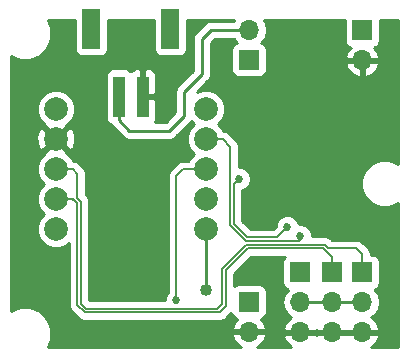
<source format=gbr>
G04 #@! TF.GenerationSoftware,KiCad,Pcbnew,(5.0.0-rc2-dev-444-g2974a2c10)*
G04 #@! TF.CreationDate,2018-09-21T18:48:47-07:00*
G04 #@! TF.ProjectId,retro meter v02,726574726F206D65746572207630322E,rev?*
G04 #@! TF.SameCoordinates,Original*
G04 #@! TF.FileFunction,Copper,L2,Bot,Signal*
G04 #@! TF.FilePolarity,Positive*
%FSLAX46Y46*%
G04 Gerber Fmt 4.6, Leading zero omitted, Abs format (unit mm)*
G04 Created by KiCad (PCBNEW (5.0.0-rc2-dev-444-g2974a2c10)) date 09/21/18 18:48:47*
%MOMM*%
%LPD*%
G01*
G04 APERTURE LIST*
%ADD10C,2.000000*%
%ADD11O,1.700000X1.700000*%
%ADD12R,1.700000X1.700000*%
%ADD13R,1.000000X3.500000*%
%ADD14R,1.500000X3.400000*%
%ADD15C,0.685800*%
%ADD16C,1.016000*%
%ADD17C,0.254000*%
%ADD18C,0.152400*%
G04 APERTURE END LIST*
D10*
X199485000Y-55920000D03*
X186785000Y-55920000D03*
X199485000Y-58460000D03*
X186785000Y-58460000D03*
X199485000Y-61000000D03*
X186785000Y-61000000D03*
X199485000Y-63540000D03*
X186785000Y-63540000D03*
X199485000Y-66080000D03*
X186785000Y-66080000D03*
D11*
X212725000Y-51790000D03*
D12*
X212725000Y-49250000D03*
X203135000Y-51750000D03*
D11*
X203135000Y-49210000D03*
X207468333Y-74830000D03*
X207468333Y-72290000D03*
D12*
X207468333Y-69750000D03*
D13*
X192135000Y-54875000D03*
X194135000Y-54875000D03*
D14*
X189785000Y-49125000D03*
X196485000Y-49125000D03*
D12*
X210185000Y-69750000D03*
D11*
X210185000Y-72290000D03*
X210185000Y-74830000D03*
X212725000Y-74830000D03*
X212725000Y-72290000D03*
D12*
X212725000Y-69750000D03*
D11*
X203135000Y-74790000D03*
D12*
X203135000Y-72250000D03*
D15*
X214630000Y-54610000D03*
X184150000Y-53340000D03*
X184150000Y-71120000D03*
X189230000Y-59944000D03*
X210185000Y-66040000D03*
D16*
X199478900Y-71247000D03*
D15*
X196977000Y-72136000D03*
X206375000Y-65913000D03*
X202311000Y-61849000D03*
X207467200Y-66649600D03*
D17*
X192135000Y-54875000D02*
X192135000Y-56879000D01*
X211522919Y-72290000D02*
X210185000Y-72290000D01*
X212725000Y-72290000D02*
X211522919Y-72290000D01*
X208982919Y-72290000D02*
X207468333Y-72290000D01*
X210185000Y-72290000D02*
X208982919Y-72290000D01*
X199478900Y-70502680D02*
X199478900Y-71247000D01*
X199485000Y-66080000D02*
X199485000Y-70496580D01*
X199485000Y-70496580D02*
X199478900Y-70502680D01*
D18*
X209854066Y-67691000D02*
X212217000Y-67691000D01*
X202908744Y-67395190D02*
X209558257Y-67395191D01*
X200863190Y-69440744D02*
X202908744Y-67395190D01*
X200863190Y-72440810D02*
X200863190Y-69440744D01*
X212725000Y-68199000D02*
X212725000Y-69750000D01*
X189356256Y-72847190D02*
X200456810Y-72847190D01*
X188199213Y-61000000D02*
X188595000Y-61395787D01*
X186785000Y-61000000D02*
X188199213Y-61000000D01*
X188595000Y-61395787D02*
X188595000Y-63449934D01*
X209558257Y-67395191D02*
X209854066Y-67691000D01*
X188595000Y-63449934D02*
X188899810Y-63754744D01*
X212217000Y-67691000D02*
X212725000Y-68199000D01*
X200456810Y-72847190D02*
X200863190Y-72440810D01*
X188899810Y-63754744D02*
X188899810Y-72390744D01*
X188899810Y-72390744D02*
X189356256Y-72847190D01*
X188199213Y-63540000D02*
X188259213Y-63600000D01*
X186785000Y-63540000D02*
X188199213Y-63540000D01*
X203035000Y-67700000D02*
X209432000Y-67700000D01*
X210185000Y-68453000D02*
X210185000Y-69750000D01*
X201168000Y-72644000D02*
X201168000Y-69567000D01*
X209432000Y-67700000D02*
X210185000Y-68453000D01*
X188254000Y-63540000D02*
X188595000Y-63881000D01*
X201168000Y-69567000D02*
X203035000Y-67700000D01*
X188199213Y-63540000D02*
X188254000Y-63540000D01*
X188595000Y-63881000D02*
X188595000Y-72517000D01*
X188595000Y-72517000D02*
X189230000Y-73152000D01*
X189230000Y-73152000D02*
X200660000Y-73152000D01*
X200660000Y-73152000D02*
X201168000Y-72644000D01*
X197572000Y-61000000D02*
X199485000Y-61000000D01*
X196977000Y-72136000D02*
X196977000Y-61595000D01*
X196977000Y-61595000D02*
X197572000Y-61000000D01*
X205502429Y-66785571D02*
X206375000Y-65913000D01*
X202979637Y-66785571D02*
X205502429Y-66785571D01*
X201853810Y-65659744D02*
X202979637Y-66785571D01*
X202311000Y-61849000D02*
X201853810Y-62306190D01*
X201853810Y-62306190D02*
X201853810Y-65659744D01*
D17*
X192135000Y-56879000D02*
X193006000Y-57750000D01*
X193006000Y-57750000D02*
X196385000Y-57750000D01*
X196385000Y-57750000D02*
X197635000Y-56500000D01*
X197635000Y-56500000D02*
X197635000Y-54500000D01*
X197635000Y-54500000D02*
X199135000Y-53000000D01*
X199135000Y-53000000D02*
X199135000Y-50000000D01*
X199135000Y-50000000D02*
X199925000Y-49210000D01*
X199925000Y-49210000D02*
X203135000Y-49210000D01*
D18*
X200899213Y-58460000D02*
X200939213Y-58500000D01*
X199485000Y-58460000D02*
X200899213Y-58460000D01*
X201549000Y-59109787D02*
X200899213Y-58460000D01*
X201549000Y-65786000D02*
X201549000Y-59109787D01*
X202853381Y-67090381D02*
X201549000Y-65786000D01*
X207356618Y-67090381D02*
X202853381Y-67090381D01*
X207467200Y-66649600D02*
X207467200Y-66979800D01*
X207467200Y-66979800D02*
X207356618Y-67090381D01*
D17*
G36*
X188387560Y-50825000D02*
X188436843Y-51072765D01*
X188577191Y-51282809D01*
X188787235Y-51423157D01*
X189035000Y-51472440D01*
X190535000Y-51472440D01*
X190782765Y-51423157D01*
X190992809Y-51282809D01*
X191133157Y-51072765D01*
X191182440Y-50825000D01*
X191182440Y-48387000D01*
X195087560Y-48387000D01*
X195087560Y-50825000D01*
X195136843Y-51072765D01*
X195277191Y-51282809D01*
X195487235Y-51423157D01*
X195735000Y-51472440D01*
X197235000Y-51472440D01*
X197482765Y-51423157D01*
X197692809Y-51282809D01*
X197833157Y-51072765D01*
X197882440Y-50825000D01*
X197882440Y-48387000D01*
X201898917Y-48387000D01*
X201858158Y-48448000D01*
X200000047Y-48448000D01*
X199925000Y-48433072D01*
X199849953Y-48448000D01*
X199849952Y-48448000D01*
X199627683Y-48492212D01*
X199526144Y-48560058D01*
X199443918Y-48615000D01*
X199375629Y-48660629D01*
X199333118Y-48724251D01*
X198649251Y-49408119D01*
X198585630Y-49450629D01*
X198543119Y-49514251D01*
X198543118Y-49514252D01*
X198417213Y-49702683D01*
X198358073Y-50000000D01*
X198373001Y-50075048D01*
X198373000Y-52684369D01*
X197149251Y-53908119D01*
X197085630Y-53950629D01*
X197043119Y-54014251D01*
X197043118Y-54014252D01*
X196917213Y-54202683D01*
X196858073Y-54500000D01*
X196873001Y-54575048D01*
X196873000Y-56184369D01*
X196069370Y-56988000D01*
X195170026Y-56988000D01*
X195173327Y-56984699D01*
X195270000Y-56751310D01*
X195270000Y-55160750D01*
X195111250Y-55002000D01*
X194262000Y-55002000D01*
X194262000Y-55022000D01*
X194008000Y-55022000D01*
X194008000Y-55002000D01*
X193988000Y-55002000D01*
X193988000Y-54748000D01*
X194008000Y-54748000D01*
X194008000Y-52648750D01*
X194262000Y-52648750D01*
X194262000Y-54748000D01*
X195111250Y-54748000D01*
X195270000Y-54589250D01*
X195270000Y-52998690D01*
X195173327Y-52765301D01*
X194994698Y-52586673D01*
X194761309Y-52490000D01*
X194420750Y-52490000D01*
X194262000Y-52648750D01*
X194008000Y-52648750D01*
X193849250Y-52490000D01*
X193508691Y-52490000D01*
X193275302Y-52586673D01*
X193133654Y-52728320D01*
X193092809Y-52667191D01*
X192882765Y-52526843D01*
X192635000Y-52477560D01*
X191635000Y-52477560D01*
X191387235Y-52526843D01*
X191177191Y-52667191D01*
X191036843Y-52877235D01*
X190987560Y-53125000D01*
X190987560Y-56625000D01*
X191036843Y-56872765D01*
X191177191Y-57082809D01*
X191387235Y-57223157D01*
X191457903Y-57237214D01*
X191503922Y-57306086D01*
X191585630Y-57428371D01*
X191649251Y-57470881D01*
X192414118Y-58235749D01*
X192456629Y-58299371D01*
X192708683Y-58467788D01*
X192930952Y-58512000D01*
X192930956Y-58512000D01*
X193005999Y-58526927D01*
X193081042Y-58512000D01*
X196309957Y-58512000D01*
X196385000Y-58526927D01*
X196460043Y-58512000D01*
X196460048Y-58512000D01*
X196682317Y-58467788D01*
X196934371Y-58299371D01*
X196976883Y-58235747D01*
X198120750Y-57091881D01*
X198184371Y-57049371D01*
X198227584Y-56984699D01*
X198231540Y-56978779D01*
X198442761Y-57190000D01*
X198098914Y-57533847D01*
X197850000Y-58134778D01*
X197850000Y-58785222D01*
X198098914Y-59386153D01*
X198442761Y-59730000D01*
X198098914Y-60073847D01*
X198009877Y-60288800D01*
X197642041Y-60288800D01*
X197571999Y-60274868D01*
X197501957Y-60288800D01*
X197501954Y-60288800D01*
X197294504Y-60330064D01*
X197294503Y-60330065D01*
X197294502Y-60330065D01*
X197118635Y-60447576D01*
X197118633Y-60447578D01*
X197059254Y-60487254D01*
X197019578Y-60546634D01*
X196523634Y-61042578D01*
X196464255Y-61082254D01*
X196424579Y-61141633D01*
X196424576Y-61141636D01*
X196307065Y-61317504D01*
X196251868Y-61595000D01*
X196265801Y-61665046D01*
X196265800Y-71464241D01*
X196147977Y-71582064D01*
X195999100Y-71941484D01*
X195999100Y-72135990D01*
X189650845Y-72135990D01*
X189611010Y-72096156D01*
X189611010Y-63824785D01*
X189624942Y-63754743D01*
X189611010Y-63684699D01*
X189611010Y-63684698D01*
X189569746Y-63477248D01*
X189569745Y-63477246D01*
X189452234Y-63301380D01*
X189452232Y-63301378D01*
X189412555Y-63241998D01*
X189353176Y-63202322D01*
X189306200Y-63155346D01*
X189306200Y-61465828D01*
X189320132Y-61395786D01*
X189306200Y-61325742D01*
X189306200Y-61325741D01*
X189264936Y-61118291D01*
X189199244Y-61019977D01*
X189147424Y-60942423D01*
X189147422Y-60942421D01*
X189107745Y-60883041D01*
X189048366Y-60843365D01*
X188751637Y-60546636D01*
X188711959Y-60487254D01*
X188476709Y-60330064D01*
X188269259Y-60288800D01*
X188269254Y-60288800D01*
X188259303Y-60286820D01*
X188171086Y-60073847D01*
X187744928Y-59647689D01*
X187757927Y-59612532D01*
X186785000Y-58639605D01*
X185812073Y-59612532D01*
X185825072Y-59647689D01*
X185398914Y-60073847D01*
X185150000Y-60674778D01*
X185150000Y-61325222D01*
X185398914Y-61926153D01*
X185742761Y-62270000D01*
X185398914Y-62613847D01*
X185150000Y-63214778D01*
X185150000Y-63865222D01*
X185398914Y-64466153D01*
X185742761Y-64810000D01*
X185398914Y-65153847D01*
X185150000Y-65754778D01*
X185150000Y-66405222D01*
X185398914Y-67006153D01*
X185858847Y-67466086D01*
X186459778Y-67715000D01*
X187110222Y-67715000D01*
X187711153Y-67466086D01*
X187883800Y-67293439D01*
X187883801Y-72446954D01*
X187869868Y-72517000D01*
X187925065Y-72794496D01*
X188042576Y-72970364D01*
X188042579Y-72970367D01*
X188082255Y-73029746D01*
X188141634Y-73069422D01*
X188677578Y-73605367D01*
X188717254Y-73664746D01*
X188776633Y-73704422D01*
X188776635Y-73704424D01*
X188882260Y-73775000D01*
X188952504Y-73821936D01*
X189159954Y-73863200D01*
X189159958Y-73863200D01*
X189230000Y-73877132D01*
X189300042Y-73863200D01*
X200589959Y-73863200D01*
X200660000Y-73877132D01*
X200730041Y-73863200D01*
X200730046Y-73863200D01*
X200937496Y-73821936D01*
X201172746Y-73664746D01*
X201212424Y-73605364D01*
X201621366Y-73196422D01*
X201652589Y-73175559D01*
X201686843Y-73347765D01*
X201827191Y-73557809D01*
X202037235Y-73698157D01*
X202140708Y-73718739D01*
X201863355Y-74023076D01*
X201693524Y-74433110D01*
X201814845Y-74663000D01*
X203008000Y-74663000D01*
X203008000Y-74643000D01*
X203262000Y-74643000D01*
X203262000Y-74663000D01*
X204455155Y-74663000D01*
X204576476Y-74433110D01*
X204406645Y-74023076D01*
X204129292Y-73718739D01*
X204232765Y-73698157D01*
X204442809Y-73557809D01*
X204583157Y-73347765D01*
X204632440Y-73100000D01*
X204632440Y-71400000D01*
X204583157Y-71152235D01*
X204442809Y-70942191D01*
X204232765Y-70801843D01*
X203985000Y-70752560D01*
X202285000Y-70752560D01*
X202037235Y-70801843D01*
X201879200Y-70907439D01*
X201879200Y-69861588D01*
X203329589Y-68411200D01*
X206206905Y-68411200D01*
X206160524Y-68442191D01*
X206020176Y-68652235D01*
X205970893Y-68900000D01*
X205970893Y-70600000D01*
X206020176Y-70847765D01*
X206160524Y-71057809D01*
X206370568Y-71198157D01*
X206415952Y-71207184D01*
X206397708Y-71219375D01*
X206069494Y-71710582D01*
X205954241Y-72290000D01*
X206069494Y-72869418D01*
X206397708Y-73360625D01*
X206716811Y-73573843D01*
X206586975Y-73634817D01*
X206196688Y-74063076D01*
X206026857Y-74473110D01*
X206148178Y-74703000D01*
X207341333Y-74703000D01*
X207341333Y-74683000D01*
X207595333Y-74683000D01*
X207595333Y-74703000D01*
X208788488Y-74703000D01*
X208826667Y-74630656D01*
X208864845Y-74703000D01*
X210058000Y-74703000D01*
X210058000Y-74683000D01*
X210312000Y-74683000D01*
X210312000Y-74703000D01*
X212598000Y-74703000D01*
X212598000Y-74683000D01*
X212852000Y-74683000D01*
X212852000Y-74703000D01*
X214045155Y-74703000D01*
X214166476Y-74473110D01*
X213996645Y-74063076D01*
X213606358Y-73634817D01*
X213476522Y-73573843D01*
X213795625Y-73360625D01*
X214123839Y-72869418D01*
X214239092Y-72290000D01*
X214123839Y-71710582D01*
X213795625Y-71219375D01*
X213777381Y-71207184D01*
X213822765Y-71198157D01*
X214032809Y-71057809D01*
X214173157Y-70847765D01*
X214222440Y-70600000D01*
X214222440Y-68900000D01*
X214173157Y-68652235D01*
X214032809Y-68442191D01*
X213822765Y-68301843D01*
X213575000Y-68252560D01*
X213439478Y-68252560D01*
X213450132Y-68198999D01*
X213436200Y-68128955D01*
X213436200Y-68128954D01*
X213394936Y-67921504D01*
X213385871Y-67907937D01*
X213277423Y-67745635D01*
X213277422Y-67745634D01*
X213237745Y-67686254D01*
X213178366Y-67646578D01*
X212769424Y-67237636D01*
X212729746Y-67178254D01*
X212494496Y-67021064D01*
X212287046Y-66979800D01*
X212287041Y-66979800D01*
X212217000Y-66965868D01*
X212146959Y-66979800D01*
X210148654Y-66979800D01*
X210110679Y-66941825D01*
X210071003Y-66882446D01*
X210011624Y-66842770D01*
X210011621Y-66842767D01*
X209835753Y-66725256D01*
X209558257Y-66670059D01*
X209488211Y-66683992D01*
X208445100Y-66683992D01*
X208445100Y-66455084D01*
X208296223Y-66095664D01*
X208021136Y-65820577D01*
X207661716Y-65671700D01*
X207333521Y-65671700D01*
X207204023Y-65359064D01*
X206928936Y-65083977D01*
X206569516Y-64935100D01*
X206180484Y-64935100D01*
X205821064Y-65083977D01*
X205545977Y-65359064D01*
X205397100Y-65718484D01*
X205397100Y-65885112D01*
X205207841Y-66074371D01*
X203274226Y-66074371D01*
X202565010Y-65365156D01*
X202565010Y-62802257D01*
X202864936Y-62678023D01*
X203140023Y-62402936D01*
X203288900Y-62043516D01*
X203288900Y-61654484D01*
X203140023Y-61295064D01*
X202864936Y-61019977D01*
X202505516Y-60871100D01*
X202260200Y-60871100D01*
X202260200Y-59179829D01*
X202274132Y-59109787D01*
X202260200Y-59039745D01*
X202260200Y-59039741D01*
X202218936Y-58832291D01*
X202146938Y-58724539D01*
X202101424Y-58656422D01*
X202101422Y-58656420D01*
X202061746Y-58597041D01*
X202002367Y-58557365D01*
X201451637Y-58006636D01*
X201411959Y-57947254D01*
X201176709Y-57790064D01*
X200969259Y-57748800D01*
X200969254Y-57748800D01*
X200959303Y-57746820D01*
X200871086Y-57533847D01*
X200527239Y-57190000D01*
X200871086Y-56846153D01*
X201120000Y-56245222D01*
X201120000Y-55594778D01*
X200871086Y-54993847D01*
X200411153Y-54533914D01*
X199810222Y-54285000D01*
X199159778Y-54285000D01*
X198763477Y-54449153D01*
X199620750Y-53591881D01*
X199684371Y-53549371D01*
X199852788Y-53297317D01*
X199897000Y-53075048D01*
X199897000Y-53075044D01*
X199911927Y-53000001D01*
X199897000Y-52924958D01*
X199897000Y-50315630D01*
X200240631Y-49972000D01*
X201858158Y-49972000D01*
X202064375Y-50280625D01*
X202082619Y-50292816D01*
X202037235Y-50301843D01*
X201827191Y-50442191D01*
X201686843Y-50652235D01*
X201637560Y-50900000D01*
X201637560Y-52600000D01*
X201686843Y-52847765D01*
X201827191Y-53057809D01*
X202037235Y-53198157D01*
X202285000Y-53247440D01*
X203985000Y-53247440D01*
X204232765Y-53198157D01*
X204442809Y-53057809D01*
X204583157Y-52847765D01*
X204632440Y-52600000D01*
X204632440Y-52146890D01*
X211283524Y-52146890D01*
X211453355Y-52556924D01*
X211843642Y-52985183D01*
X212368108Y-53231486D01*
X212598000Y-53110819D01*
X212598000Y-51917000D01*
X212852000Y-51917000D01*
X212852000Y-53110819D01*
X213081892Y-53231486D01*
X213606358Y-52985183D01*
X213996645Y-52556924D01*
X214166476Y-52146890D01*
X214045155Y-51917000D01*
X212852000Y-51917000D01*
X212598000Y-51917000D01*
X211404845Y-51917000D01*
X211283524Y-52146890D01*
X204632440Y-52146890D01*
X204632440Y-50900000D01*
X204583157Y-50652235D01*
X204442809Y-50442191D01*
X204232765Y-50301843D01*
X204187381Y-50292816D01*
X204205625Y-50280625D01*
X204533839Y-49789418D01*
X204649092Y-49210000D01*
X204533839Y-48630582D01*
X204371083Y-48387000D01*
X211230146Y-48387000D01*
X211227560Y-48400000D01*
X211227560Y-50100000D01*
X211276843Y-50347765D01*
X211417191Y-50557809D01*
X211627235Y-50698157D01*
X211730708Y-50718739D01*
X211453355Y-51023076D01*
X211283524Y-51433110D01*
X211404845Y-51663000D01*
X212598000Y-51663000D01*
X212598000Y-51643000D01*
X212852000Y-51643000D01*
X212852000Y-51663000D01*
X214045155Y-51663000D01*
X214166476Y-51433110D01*
X213996645Y-51023076D01*
X213719292Y-50718739D01*
X213822765Y-50698157D01*
X214032809Y-50557809D01*
X214173157Y-50347765D01*
X214222440Y-50100000D01*
X214222440Y-48400000D01*
X214219854Y-48387000D01*
X215773000Y-48387000D01*
X215773000Y-60565787D01*
X215754412Y-60547199D01*
X215024841Y-60245000D01*
X214235159Y-60245000D01*
X213505588Y-60547199D01*
X212947199Y-61105588D01*
X212645000Y-61835159D01*
X212645000Y-62624841D01*
X212947199Y-63354412D01*
X213505588Y-63912801D01*
X214235159Y-64215000D01*
X215024841Y-64215000D01*
X215754412Y-63912801D01*
X215773000Y-63894213D01*
X215773000Y-76073000D01*
X213504539Y-76073000D01*
X213606358Y-76025183D01*
X213996645Y-75596924D01*
X214166476Y-75186890D01*
X214045155Y-74957000D01*
X212852000Y-74957000D01*
X212852000Y-74977000D01*
X212598000Y-74977000D01*
X212598000Y-74957000D01*
X210312000Y-74957000D01*
X210312000Y-74977000D01*
X210058000Y-74977000D01*
X210058000Y-74957000D01*
X208864845Y-74957000D01*
X208826667Y-75029344D01*
X208788488Y-74957000D01*
X207595333Y-74957000D01*
X207595333Y-74977000D01*
X207341333Y-74977000D01*
X207341333Y-74957000D01*
X206148178Y-74957000D01*
X206026857Y-75186890D01*
X206196688Y-75596924D01*
X206586975Y-76025183D01*
X206688794Y-76073000D01*
X203829365Y-76073000D01*
X204016358Y-75985183D01*
X204406645Y-75556924D01*
X204576476Y-75146890D01*
X204455155Y-74917000D01*
X203262000Y-74917000D01*
X203262000Y-74937000D01*
X203008000Y-74937000D01*
X203008000Y-74917000D01*
X201814845Y-74917000D01*
X201693524Y-75146890D01*
X201863355Y-75556924D01*
X202253642Y-75985183D01*
X202440635Y-76073000D01*
X186095700Y-76073000D01*
X186385000Y-75374569D01*
X186385000Y-74485431D01*
X186044741Y-73663974D01*
X185416026Y-73035259D01*
X184594569Y-72695000D01*
X183705431Y-72695000D01*
X183007000Y-72984300D01*
X183007000Y-58195461D01*
X185139092Y-58195461D01*
X185163144Y-58845460D01*
X185365613Y-59334264D01*
X185632468Y-59432927D01*
X186605395Y-58460000D01*
X186964605Y-58460000D01*
X187937532Y-59432927D01*
X188204387Y-59334264D01*
X188430908Y-58724539D01*
X188406856Y-58074540D01*
X188204387Y-57585736D01*
X187937532Y-57487073D01*
X186964605Y-58460000D01*
X186605395Y-58460000D01*
X185632468Y-57487073D01*
X185365613Y-57585736D01*
X185139092Y-58195461D01*
X183007000Y-58195461D01*
X183007000Y-55594778D01*
X185150000Y-55594778D01*
X185150000Y-56245222D01*
X185398914Y-56846153D01*
X185825072Y-57272311D01*
X185812073Y-57307468D01*
X186785000Y-58280395D01*
X187757927Y-57307468D01*
X187744928Y-57272311D01*
X188171086Y-56846153D01*
X188420000Y-56245222D01*
X188420000Y-55594778D01*
X188171086Y-54993847D01*
X187711153Y-54533914D01*
X187110222Y-54285000D01*
X186459778Y-54285000D01*
X185858847Y-54533914D01*
X185398914Y-54993847D01*
X185150000Y-55594778D01*
X183007000Y-55594778D01*
X183007000Y-51475700D01*
X183705431Y-51765000D01*
X184594569Y-51765000D01*
X185416026Y-51424741D01*
X186044741Y-50796026D01*
X186385000Y-49974569D01*
X186385000Y-49085431D01*
X186095700Y-48387000D01*
X188387560Y-48387000D01*
X188387560Y-50825000D01*
X188387560Y-50825000D01*
G37*
X188387560Y-50825000D02*
X188436843Y-51072765D01*
X188577191Y-51282809D01*
X188787235Y-51423157D01*
X189035000Y-51472440D01*
X190535000Y-51472440D01*
X190782765Y-51423157D01*
X190992809Y-51282809D01*
X191133157Y-51072765D01*
X191182440Y-50825000D01*
X191182440Y-48387000D01*
X195087560Y-48387000D01*
X195087560Y-50825000D01*
X195136843Y-51072765D01*
X195277191Y-51282809D01*
X195487235Y-51423157D01*
X195735000Y-51472440D01*
X197235000Y-51472440D01*
X197482765Y-51423157D01*
X197692809Y-51282809D01*
X197833157Y-51072765D01*
X197882440Y-50825000D01*
X197882440Y-48387000D01*
X201898917Y-48387000D01*
X201858158Y-48448000D01*
X200000047Y-48448000D01*
X199925000Y-48433072D01*
X199849953Y-48448000D01*
X199849952Y-48448000D01*
X199627683Y-48492212D01*
X199526144Y-48560058D01*
X199443918Y-48615000D01*
X199375629Y-48660629D01*
X199333118Y-48724251D01*
X198649251Y-49408119D01*
X198585630Y-49450629D01*
X198543119Y-49514251D01*
X198543118Y-49514252D01*
X198417213Y-49702683D01*
X198358073Y-50000000D01*
X198373001Y-50075048D01*
X198373000Y-52684369D01*
X197149251Y-53908119D01*
X197085630Y-53950629D01*
X197043119Y-54014251D01*
X197043118Y-54014252D01*
X196917213Y-54202683D01*
X196858073Y-54500000D01*
X196873001Y-54575048D01*
X196873000Y-56184369D01*
X196069370Y-56988000D01*
X195170026Y-56988000D01*
X195173327Y-56984699D01*
X195270000Y-56751310D01*
X195270000Y-55160750D01*
X195111250Y-55002000D01*
X194262000Y-55002000D01*
X194262000Y-55022000D01*
X194008000Y-55022000D01*
X194008000Y-55002000D01*
X193988000Y-55002000D01*
X193988000Y-54748000D01*
X194008000Y-54748000D01*
X194008000Y-52648750D01*
X194262000Y-52648750D01*
X194262000Y-54748000D01*
X195111250Y-54748000D01*
X195270000Y-54589250D01*
X195270000Y-52998690D01*
X195173327Y-52765301D01*
X194994698Y-52586673D01*
X194761309Y-52490000D01*
X194420750Y-52490000D01*
X194262000Y-52648750D01*
X194008000Y-52648750D01*
X193849250Y-52490000D01*
X193508691Y-52490000D01*
X193275302Y-52586673D01*
X193133654Y-52728320D01*
X193092809Y-52667191D01*
X192882765Y-52526843D01*
X192635000Y-52477560D01*
X191635000Y-52477560D01*
X191387235Y-52526843D01*
X191177191Y-52667191D01*
X191036843Y-52877235D01*
X190987560Y-53125000D01*
X190987560Y-56625000D01*
X191036843Y-56872765D01*
X191177191Y-57082809D01*
X191387235Y-57223157D01*
X191457903Y-57237214D01*
X191503922Y-57306086D01*
X191585630Y-57428371D01*
X191649251Y-57470881D01*
X192414118Y-58235749D01*
X192456629Y-58299371D01*
X192708683Y-58467788D01*
X192930952Y-58512000D01*
X192930956Y-58512000D01*
X193005999Y-58526927D01*
X193081042Y-58512000D01*
X196309957Y-58512000D01*
X196385000Y-58526927D01*
X196460043Y-58512000D01*
X196460048Y-58512000D01*
X196682317Y-58467788D01*
X196934371Y-58299371D01*
X196976883Y-58235747D01*
X198120750Y-57091881D01*
X198184371Y-57049371D01*
X198227584Y-56984699D01*
X198231540Y-56978779D01*
X198442761Y-57190000D01*
X198098914Y-57533847D01*
X197850000Y-58134778D01*
X197850000Y-58785222D01*
X198098914Y-59386153D01*
X198442761Y-59730000D01*
X198098914Y-60073847D01*
X198009877Y-60288800D01*
X197642041Y-60288800D01*
X197571999Y-60274868D01*
X197501957Y-60288800D01*
X197501954Y-60288800D01*
X197294504Y-60330064D01*
X197294503Y-60330065D01*
X197294502Y-60330065D01*
X197118635Y-60447576D01*
X197118633Y-60447578D01*
X197059254Y-60487254D01*
X197019578Y-60546634D01*
X196523634Y-61042578D01*
X196464255Y-61082254D01*
X196424579Y-61141633D01*
X196424576Y-61141636D01*
X196307065Y-61317504D01*
X196251868Y-61595000D01*
X196265801Y-61665046D01*
X196265800Y-71464241D01*
X196147977Y-71582064D01*
X195999100Y-71941484D01*
X195999100Y-72135990D01*
X189650845Y-72135990D01*
X189611010Y-72096156D01*
X189611010Y-63824785D01*
X189624942Y-63754743D01*
X189611010Y-63684699D01*
X189611010Y-63684698D01*
X189569746Y-63477248D01*
X189569745Y-63477246D01*
X189452234Y-63301380D01*
X189452232Y-63301378D01*
X189412555Y-63241998D01*
X189353176Y-63202322D01*
X189306200Y-63155346D01*
X189306200Y-61465828D01*
X189320132Y-61395786D01*
X189306200Y-61325742D01*
X189306200Y-61325741D01*
X189264936Y-61118291D01*
X189199244Y-61019977D01*
X189147424Y-60942423D01*
X189147422Y-60942421D01*
X189107745Y-60883041D01*
X189048366Y-60843365D01*
X188751637Y-60546636D01*
X188711959Y-60487254D01*
X188476709Y-60330064D01*
X188269259Y-60288800D01*
X188269254Y-60288800D01*
X188259303Y-60286820D01*
X188171086Y-60073847D01*
X187744928Y-59647689D01*
X187757927Y-59612532D01*
X186785000Y-58639605D01*
X185812073Y-59612532D01*
X185825072Y-59647689D01*
X185398914Y-60073847D01*
X185150000Y-60674778D01*
X185150000Y-61325222D01*
X185398914Y-61926153D01*
X185742761Y-62270000D01*
X185398914Y-62613847D01*
X185150000Y-63214778D01*
X185150000Y-63865222D01*
X185398914Y-64466153D01*
X185742761Y-64810000D01*
X185398914Y-65153847D01*
X185150000Y-65754778D01*
X185150000Y-66405222D01*
X185398914Y-67006153D01*
X185858847Y-67466086D01*
X186459778Y-67715000D01*
X187110222Y-67715000D01*
X187711153Y-67466086D01*
X187883800Y-67293439D01*
X187883801Y-72446954D01*
X187869868Y-72517000D01*
X187925065Y-72794496D01*
X188042576Y-72970364D01*
X188042579Y-72970367D01*
X188082255Y-73029746D01*
X188141634Y-73069422D01*
X188677578Y-73605367D01*
X188717254Y-73664746D01*
X188776633Y-73704422D01*
X188776635Y-73704424D01*
X188882260Y-73775000D01*
X188952504Y-73821936D01*
X189159954Y-73863200D01*
X189159958Y-73863200D01*
X189230000Y-73877132D01*
X189300042Y-73863200D01*
X200589959Y-73863200D01*
X200660000Y-73877132D01*
X200730041Y-73863200D01*
X200730046Y-73863200D01*
X200937496Y-73821936D01*
X201172746Y-73664746D01*
X201212424Y-73605364D01*
X201621366Y-73196422D01*
X201652589Y-73175559D01*
X201686843Y-73347765D01*
X201827191Y-73557809D01*
X202037235Y-73698157D01*
X202140708Y-73718739D01*
X201863355Y-74023076D01*
X201693524Y-74433110D01*
X201814845Y-74663000D01*
X203008000Y-74663000D01*
X203008000Y-74643000D01*
X203262000Y-74643000D01*
X203262000Y-74663000D01*
X204455155Y-74663000D01*
X204576476Y-74433110D01*
X204406645Y-74023076D01*
X204129292Y-73718739D01*
X204232765Y-73698157D01*
X204442809Y-73557809D01*
X204583157Y-73347765D01*
X204632440Y-73100000D01*
X204632440Y-71400000D01*
X204583157Y-71152235D01*
X204442809Y-70942191D01*
X204232765Y-70801843D01*
X203985000Y-70752560D01*
X202285000Y-70752560D01*
X202037235Y-70801843D01*
X201879200Y-70907439D01*
X201879200Y-69861588D01*
X203329589Y-68411200D01*
X206206905Y-68411200D01*
X206160524Y-68442191D01*
X206020176Y-68652235D01*
X205970893Y-68900000D01*
X205970893Y-70600000D01*
X206020176Y-70847765D01*
X206160524Y-71057809D01*
X206370568Y-71198157D01*
X206415952Y-71207184D01*
X206397708Y-71219375D01*
X206069494Y-71710582D01*
X205954241Y-72290000D01*
X206069494Y-72869418D01*
X206397708Y-73360625D01*
X206716811Y-73573843D01*
X206586975Y-73634817D01*
X206196688Y-74063076D01*
X206026857Y-74473110D01*
X206148178Y-74703000D01*
X207341333Y-74703000D01*
X207341333Y-74683000D01*
X207595333Y-74683000D01*
X207595333Y-74703000D01*
X208788488Y-74703000D01*
X208826667Y-74630656D01*
X208864845Y-74703000D01*
X210058000Y-74703000D01*
X210058000Y-74683000D01*
X210312000Y-74683000D01*
X210312000Y-74703000D01*
X212598000Y-74703000D01*
X212598000Y-74683000D01*
X212852000Y-74683000D01*
X212852000Y-74703000D01*
X214045155Y-74703000D01*
X214166476Y-74473110D01*
X213996645Y-74063076D01*
X213606358Y-73634817D01*
X213476522Y-73573843D01*
X213795625Y-73360625D01*
X214123839Y-72869418D01*
X214239092Y-72290000D01*
X214123839Y-71710582D01*
X213795625Y-71219375D01*
X213777381Y-71207184D01*
X213822765Y-71198157D01*
X214032809Y-71057809D01*
X214173157Y-70847765D01*
X214222440Y-70600000D01*
X214222440Y-68900000D01*
X214173157Y-68652235D01*
X214032809Y-68442191D01*
X213822765Y-68301843D01*
X213575000Y-68252560D01*
X213439478Y-68252560D01*
X213450132Y-68198999D01*
X213436200Y-68128955D01*
X213436200Y-68128954D01*
X213394936Y-67921504D01*
X213385871Y-67907937D01*
X213277423Y-67745635D01*
X213277422Y-67745634D01*
X213237745Y-67686254D01*
X213178366Y-67646578D01*
X212769424Y-67237636D01*
X212729746Y-67178254D01*
X212494496Y-67021064D01*
X212287046Y-66979800D01*
X212287041Y-66979800D01*
X212217000Y-66965868D01*
X212146959Y-66979800D01*
X210148654Y-66979800D01*
X210110679Y-66941825D01*
X210071003Y-66882446D01*
X210011624Y-66842770D01*
X210011621Y-66842767D01*
X209835753Y-66725256D01*
X209558257Y-66670059D01*
X209488211Y-66683992D01*
X208445100Y-66683992D01*
X208445100Y-66455084D01*
X208296223Y-66095664D01*
X208021136Y-65820577D01*
X207661716Y-65671700D01*
X207333521Y-65671700D01*
X207204023Y-65359064D01*
X206928936Y-65083977D01*
X206569516Y-64935100D01*
X206180484Y-64935100D01*
X205821064Y-65083977D01*
X205545977Y-65359064D01*
X205397100Y-65718484D01*
X205397100Y-65885112D01*
X205207841Y-66074371D01*
X203274226Y-66074371D01*
X202565010Y-65365156D01*
X202565010Y-62802257D01*
X202864936Y-62678023D01*
X203140023Y-62402936D01*
X203288900Y-62043516D01*
X203288900Y-61654484D01*
X203140023Y-61295064D01*
X202864936Y-61019977D01*
X202505516Y-60871100D01*
X202260200Y-60871100D01*
X202260200Y-59179829D01*
X202274132Y-59109787D01*
X202260200Y-59039745D01*
X202260200Y-59039741D01*
X202218936Y-58832291D01*
X202146938Y-58724539D01*
X202101424Y-58656422D01*
X202101422Y-58656420D01*
X202061746Y-58597041D01*
X202002367Y-58557365D01*
X201451637Y-58006636D01*
X201411959Y-57947254D01*
X201176709Y-57790064D01*
X200969259Y-57748800D01*
X200969254Y-57748800D01*
X200959303Y-57746820D01*
X200871086Y-57533847D01*
X200527239Y-57190000D01*
X200871086Y-56846153D01*
X201120000Y-56245222D01*
X201120000Y-55594778D01*
X200871086Y-54993847D01*
X200411153Y-54533914D01*
X199810222Y-54285000D01*
X199159778Y-54285000D01*
X198763477Y-54449153D01*
X199620750Y-53591881D01*
X199684371Y-53549371D01*
X199852788Y-53297317D01*
X199897000Y-53075048D01*
X199897000Y-53075044D01*
X199911927Y-53000001D01*
X199897000Y-52924958D01*
X199897000Y-50315630D01*
X200240631Y-49972000D01*
X201858158Y-49972000D01*
X202064375Y-50280625D01*
X202082619Y-50292816D01*
X202037235Y-50301843D01*
X201827191Y-50442191D01*
X201686843Y-50652235D01*
X201637560Y-50900000D01*
X201637560Y-52600000D01*
X201686843Y-52847765D01*
X201827191Y-53057809D01*
X202037235Y-53198157D01*
X202285000Y-53247440D01*
X203985000Y-53247440D01*
X204232765Y-53198157D01*
X204442809Y-53057809D01*
X204583157Y-52847765D01*
X204632440Y-52600000D01*
X204632440Y-52146890D01*
X211283524Y-52146890D01*
X211453355Y-52556924D01*
X211843642Y-52985183D01*
X212368108Y-53231486D01*
X212598000Y-53110819D01*
X212598000Y-51917000D01*
X212852000Y-51917000D01*
X212852000Y-53110819D01*
X213081892Y-53231486D01*
X213606358Y-52985183D01*
X213996645Y-52556924D01*
X214166476Y-52146890D01*
X214045155Y-51917000D01*
X212852000Y-51917000D01*
X212598000Y-51917000D01*
X211404845Y-51917000D01*
X211283524Y-52146890D01*
X204632440Y-52146890D01*
X204632440Y-50900000D01*
X204583157Y-50652235D01*
X204442809Y-50442191D01*
X204232765Y-50301843D01*
X204187381Y-50292816D01*
X204205625Y-50280625D01*
X204533839Y-49789418D01*
X204649092Y-49210000D01*
X204533839Y-48630582D01*
X204371083Y-48387000D01*
X211230146Y-48387000D01*
X211227560Y-48400000D01*
X211227560Y-50100000D01*
X211276843Y-50347765D01*
X211417191Y-50557809D01*
X211627235Y-50698157D01*
X211730708Y-50718739D01*
X211453355Y-51023076D01*
X211283524Y-51433110D01*
X211404845Y-51663000D01*
X212598000Y-51663000D01*
X212598000Y-51643000D01*
X212852000Y-51643000D01*
X212852000Y-51663000D01*
X214045155Y-51663000D01*
X214166476Y-51433110D01*
X213996645Y-51023076D01*
X213719292Y-50718739D01*
X213822765Y-50698157D01*
X214032809Y-50557809D01*
X214173157Y-50347765D01*
X214222440Y-50100000D01*
X214222440Y-48400000D01*
X214219854Y-48387000D01*
X215773000Y-48387000D01*
X215773000Y-60565787D01*
X215754412Y-60547199D01*
X215024841Y-60245000D01*
X214235159Y-60245000D01*
X213505588Y-60547199D01*
X212947199Y-61105588D01*
X212645000Y-61835159D01*
X212645000Y-62624841D01*
X212947199Y-63354412D01*
X213505588Y-63912801D01*
X214235159Y-64215000D01*
X215024841Y-64215000D01*
X215754412Y-63912801D01*
X215773000Y-63894213D01*
X215773000Y-76073000D01*
X213504539Y-76073000D01*
X213606358Y-76025183D01*
X213996645Y-75596924D01*
X214166476Y-75186890D01*
X214045155Y-74957000D01*
X212852000Y-74957000D01*
X212852000Y-74977000D01*
X212598000Y-74977000D01*
X212598000Y-74957000D01*
X210312000Y-74957000D01*
X210312000Y-74977000D01*
X210058000Y-74977000D01*
X210058000Y-74957000D01*
X208864845Y-74957000D01*
X208826667Y-75029344D01*
X208788488Y-74957000D01*
X207595333Y-74957000D01*
X207595333Y-74977000D01*
X207341333Y-74977000D01*
X207341333Y-74957000D01*
X206148178Y-74957000D01*
X206026857Y-75186890D01*
X206196688Y-75596924D01*
X206586975Y-76025183D01*
X206688794Y-76073000D01*
X203829365Y-76073000D01*
X204016358Y-75985183D01*
X204406645Y-75556924D01*
X204576476Y-75146890D01*
X204455155Y-74917000D01*
X203262000Y-74917000D01*
X203262000Y-74937000D01*
X203008000Y-74937000D01*
X203008000Y-74917000D01*
X201814845Y-74917000D01*
X201693524Y-75146890D01*
X201863355Y-75556924D01*
X202253642Y-75985183D01*
X202440635Y-76073000D01*
X186095700Y-76073000D01*
X186385000Y-75374569D01*
X186385000Y-74485431D01*
X186044741Y-73663974D01*
X185416026Y-73035259D01*
X184594569Y-72695000D01*
X183705431Y-72695000D01*
X183007000Y-72984300D01*
X183007000Y-58195461D01*
X185139092Y-58195461D01*
X185163144Y-58845460D01*
X185365613Y-59334264D01*
X185632468Y-59432927D01*
X186605395Y-58460000D01*
X186964605Y-58460000D01*
X187937532Y-59432927D01*
X188204387Y-59334264D01*
X188430908Y-58724539D01*
X188406856Y-58074540D01*
X188204387Y-57585736D01*
X187937532Y-57487073D01*
X186964605Y-58460000D01*
X186605395Y-58460000D01*
X185632468Y-57487073D01*
X185365613Y-57585736D01*
X185139092Y-58195461D01*
X183007000Y-58195461D01*
X183007000Y-55594778D01*
X185150000Y-55594778D01*
X185150000Y-56245222D01*
X185398914Y-56846153D01*
X185825072Y-57272311D01*
X185812073Y-57307468D01*
X186785000Y-58280395D01*
X187757927Y-57307468D01*
X187744928Y-57272311D01*
X188171086Y-56846153D01*
X188420000Y-56245222D01*
X188420000Y-55594778D01*
X188171086Y-54993847D01*
X187711153Y-54533914D01*
X187110222Y-54285000D01*
X186459778Y-54285000D01*
X185858847Y-54533914D01*
X185398914Y-54993847D01*
X185150000Y-55594778D01*
X183007000Y-55594778D01*
X183007000Y-51475700D01*
X183705431Y-51765000D01*
X184594569Y-51765000D01*
X185416026Y-51424741D01*
X186044741Y-50796026D01*
X186385000Y-49974569D01*
X186385000Y-49085431D01*
X186095700Y-48387000D01*
X188387560Y-48387000D01*
X188387560Y-50825000D01*
M02*

</source>
